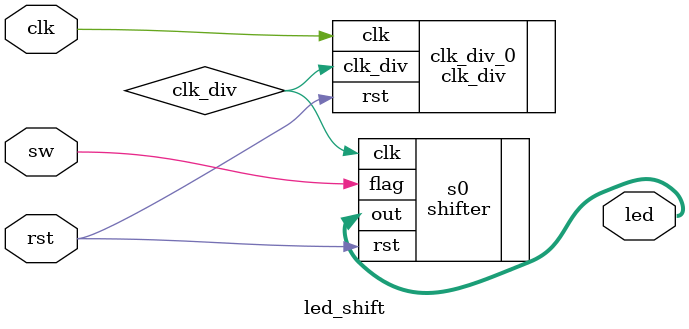
<source format=v>
module led_shift(
    input   clk   ,
    input   rst   ,
    input    sw  ,
    output  [3:0] led
    );
    
    wire    clk_div ;
    
    shifter s0(
    .clk    (clk_div),
	.rst	(rst),
    .flag   (sw),
    .out    (led)
    );
    
    clk_div clk_div_0(
    .clk    (clk),
    .rst    (rst),
    .clk_div    (clk_div)
    );
    
    
endmodule

</source>
